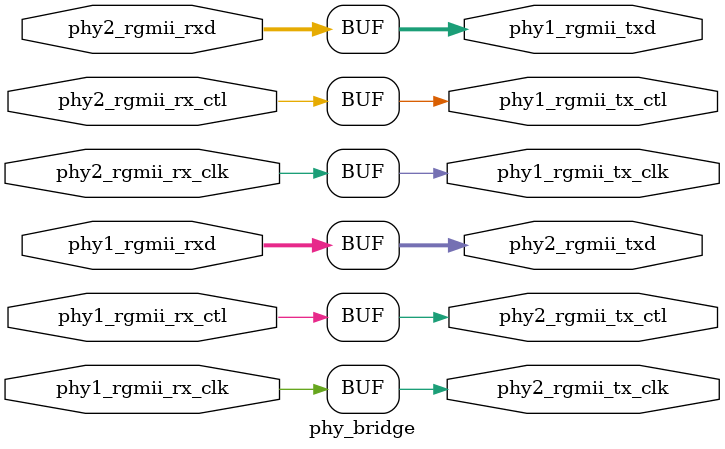
<source format=v>
/*

Copyright (c) 2023 Chris H. Meyer

This file is part of aRTS.

aRTS is free software: you can redistribute it and/or modify it
under the terms of the GNU General Public License as published by
the Free Software Foundation, either version 3 of the License, or
(at your option) any later version.

aRTS is distributed in the hope that it will be useful, but WITHOUT
ANY WARRANTY; without even the implied warranty of MERCHANTABILITY
or FITNESS FOR A PARTICULAR PURPOSE. See the GNU General Public License
for more details.

You should have received a copy of the GNU General Public License along
with aRTS. If not, see <https://www.gnu.org/licenses/>.

*/

// Language: Verilog 2001

`resetall
`timescale 1ns / 1ps
`default_nettype none

/*
 * FPGA top-level module
 */
module phy_bridge #
(
    // target ("SIM", "GENERIC", "XILINX", "ALTERA")
    parameter TARGET = "GENERIC",
    // IODDR style ("IODDR", "IODDR2")
    // Use IODDR for Virtex-4, Virtex-5, Virtex-6, 7 Series, Ultrascale
    // Use IODDR2 for Spartan-6
    parameter IODDR_STYLE = "IODDR2",
    // Clock input style ("BUFG", "BUFR", "BUFIO", "BUFIO2")
    // Use BUFR for Virtex-6, 7-series
    // Use BUFG for Virtex-5, Spartan-6, Ultrascale
    parameter CLOCK_INPUT_STYLE = "BUFG",
    // Use 90 degree clock for RGMII transmit ("TRUE", "FALSE")
    parameter USE_CLK90 = "TRUE",
    // Use a register stage for bridging the PHY's
    parameter REGISTER_STAGE = "FALSE"
)
(
    /*
     * Ethernet PORT 1: 1000BASE-T RGMII
     */
    input  wire       phy1_rgmii_rx_clk,
    input  wire [3:0] phy1_rgmii_rxd,
    input  wire       phy1_rgmii_rx_ctl,
    output wire       phy1_rgmii_tx_clk,
    output wire [3:0] phy1_rgmii_txd,
    output wire       phy1_rgmii_tx_ctl,

    /*
     * Ethernet PORT 2: 1000BASE-T RGMII
     */
    input  wire       phy2_rgmii_rx_clk,
    input  wire [3:0] phy2_rgmii_rxd,
    input  wire       phy2_rgmii_rx_ctl,
    output wire       phy2_rgmii_tx_clk,
    output wire [3:0] phy2_rgmii_txd,
    output wire       phy2_rgmii_tx_ctl
);

if (REGISTER_STAGE == "TRUE") begin
    wire phy1_gmii_rx_clk;
    wire [7:0] phy1_gmii_rxd;
    wire phy1_rgmii_rx_ctl_1;
    wire phy1_rgmii_rx_ctl_2;

    wire phy2_gmii_rx_clk;
    wire [7:0] phy2_gmii_rxd;
    wire phy2_rgmii_rx_ctl_1;
    wire phy2_rgmii_rx_ctl_2;


    oddr #(
        .TARGET(TARGET),
        .IODDR_STYLE(IODDR_STYLE),
        .WIDTH(5)
    )
    phy2_data_oddr_inst (
        .clk(phy2_tx_clk),
        .d1({phy1_gmii_rxd[3:0], phy1_rgmii_rx_ctl_1}),
        .d2({phy1_gmii_rxd[7:4], phy1_rgmii_rx_ctl_2}),
        .q({phy2_rgmii_txd, phy2_rgmii_tx_ctl})
    );

    wire phy2_tx_clk;
    assign phy2_rgmii_tx_clk = phy2_tx_clk;

    ssio_ddr_in #
    (
        .TARGET(TARGET),
        .CLOCK_INPUT_STYLE(CLOCK_INPUT_STYLE),
        .IODDR_STYLE(IODDR_STYLE),
        .WIDTH(5)
    )
    phy1_data_iddr_inst (
        .input_clk(phy1_rgmii_rx_clk),
        .input_d({phy1_rgmii_rxd, phy1_rgmii_rx_ctl}),
        .output_clk(phy2_tx_clk),
        .output_q1({phy1_gmii_rxd[3:0], phy1_rgmii_rx_ctl_1}),
        .output_q2({phy1_gmii_rxd[7:4], phy1_rgmii_rx_ctl_2})
    );


    oddr #(
        .TARGET(TARGET),
        .IODDR_STYLE(IODDR_STYLE),
        .WIDTH(5)
    )
    phy1_data_oddr_inst (
        .clk(phy1_tx_clk),
        .d1({phy2_gmii_rxd[3:0], phy2_rgmii_rx_ctl_1}),
        .d2({phy2_gmii_rxd[7:4], phy2_rgmii_rx_ctl_2}),
        .q({phy1_rgmii_txd, phy1_rgmii_tx_ctl})
    );

    wire phy1_tx_clk;
    assign phy1_rgmii_tx_clk = phy1_tx_clk;

    ssio_ddr_in #
    (
        .TARGET(TARGET),
        .CLOCK_INPUT_STYLE(CLOCK_INPUT_STYLE),
        .IODDR_STYLE(IODDR_STYLE),
        .WIDTH(5)
    )
    phy2_data_iddr_inst (
        .input_clk(phy2_rgmii_rx_clk),
        .input_d({phy2_rgmii_rxd, phy2_rgmii_rx_ctl}),
        .output_clk(phy1_tx_clk),
        .output_q1({phy2_gmii_rxd[3:0], phy2_rgmii_rx_ctl_1}),
        .output_q2({phy2_gmii_rxd[7:4], phy2_rgmii_rx_ctl_2})
    );
end else begin
    assign phy1_rgmii_tx_clk = phy2_rgmii_rx_clk;
    assign phy1_rgmii_txd = phy2_rgmii_rxd;
    assign phy1_rgmii_tx_ctl = phy2_rgmii_rx_ctl;

    assign phy2_rgmii_tx_clk = phy1_rgmii_rx_clk;
    assign phy2_rgmii_txd = phy1_rgmii_rxd;
    assign phy2_rgmii_tx_ctl = phy1_rgmii_rx_ctl;
end


endmodule

`resetall

</source>
